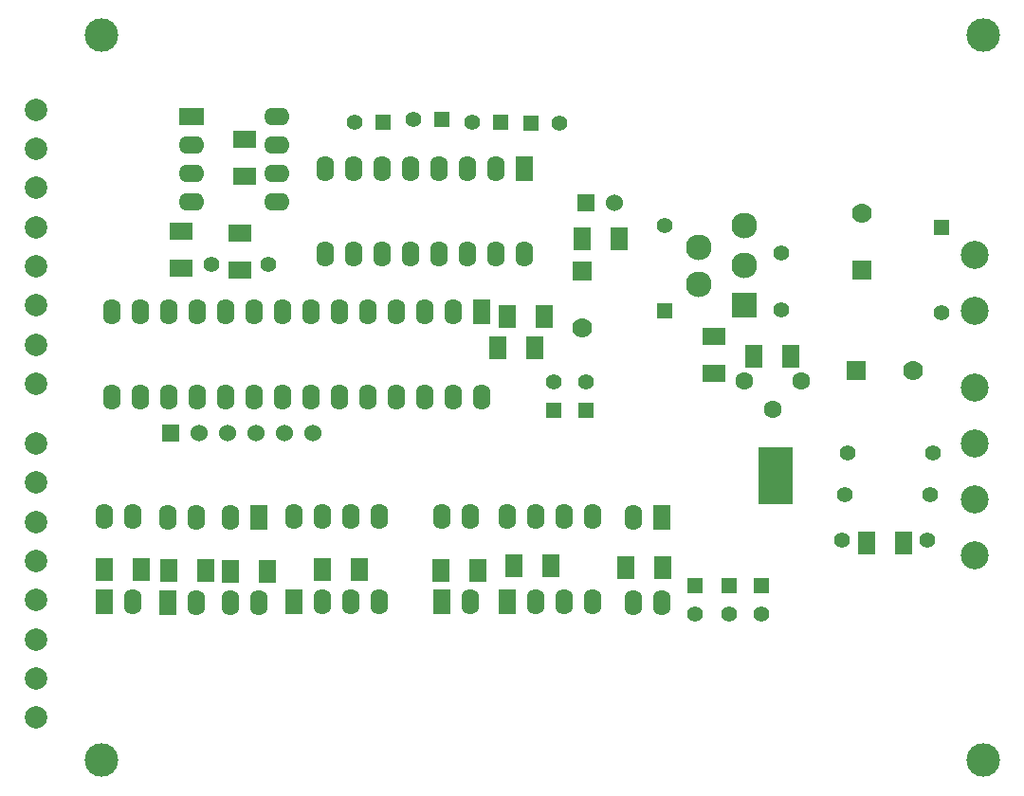
<source format=gbs>
G04 (created by PCBNEW (2013-may-18)-stable) date  7.03.2015 (сб) 20,10,59 EET*
%MOIN*%
G04 Gerber Fmt 3.4, Leading zero omitted, Abs format*
%FSLAX34Y34*%
G01*
G70*
G90*
G04 APERTURE LIST*
%ADD10C,0.00590551*%
%ADD11R,0.06X0.08*%
%ADD12R,0.08X0.06*%
%ADD13R,0.055X0.055*%
%ADD14C,0.055*%
%ADD15R,0.06X0.06*%
%ADD16C,0.06*%
%ADD17C,0.056*%
%ADD18R,0.062X0.09*%
%ADD19O,0.062X0.09*%
%ADD20R,0.07X0.07*%
%ADD21C,0.07*%
%ADD22C,0.0905512*%
%ADD23R,0.0905512X0.0905512*%
%ADD24C,0.0984252*%
%ADD25R,0.09X0.062*%
%ADD26O,0.09X0.062*%
%ADD27C,0.0629921*%
%ADD28R,0.122047X0.203937*%
%ADD29C,0.11811*%
%ADD30C,0.0787402*%
G04 APERTURE END LIST*
G54D10*
G54D11*
X90040Y-47360D03*
X91340Y-47360D03*
X108450Y-39800D03*
X109750Y-39800D03*
G54D12*
X107050Y-39100D03*
X107050Y-40400D03*
X90375Y-35450D03*
X90375Y-36750D03*
X88300Y-35375D03*
X88300Y-36675D03*
G54D11*
X101090Y-38390D03*
X99790Y-38390D03*
X99450Y-39500D03*
X100750Y-39500D03*
X89170Y-47320D03*
X87870Y-47320D03*
X102400Y-35650D03*
X103700Y-35650D03*
X98750Y-47310D03*
X97450Y-47310D03*
X86930Y-47300D03*
X85630Y-47300D03*
X101330Y-47160D03*
X100030Y-47160D03*
X94570Y-47280D03*
X93270Y-47280D03*
X103950Y-47240D03*
X105250Y-47240D03*
G54D13*
X101400Y-41690D03*
G54D14*
X101400Y-40690D03*
G54D13*
X106390Y-47850D03*
G54D14*
X106390Y-48850D03*
G54D13*
X107570Y-47850D03*
G54D14*
X107570Y-48850D03*
G54D13*
X102550Y-41700D03*
G54D14*
X102550Y-40700D03*
G54D13*
X108730Y-47850D03*
G54D14*
X108730Y-48850D03*
X111650Y-44650D03*
X114650Y-44650D03*
X114550Y-46250D03*
X111550Y-46250D03*
X111750Y-43200D03*
X114750Y-43200D03*
G54D15*
X87940Y-42490D03*
G54D16*
X88940Y-42490D03*
X89940Y-42490D03*
X90940Y-42490D03*
X91940Y-42490D03*
X92940Y-42490D03*
G54D17*
X91380Y-36560D03*
X89380Y-36560D03*
G54D18*
X92270Y-48430D03*
G54D19*
X93270Y-48430D03*
X94270Y-48430D03*
X95270Y-48430D03*
X95270Y-45430D03*
X94270Y-45430D03*
X93270Y-45430D03*
X92270Y-45430D03*
G54D18*
X99794Y-48432D03*
G54D19*
X100794Y-48432D03*
X101794Y-48432D03*
X102794Y-48432D03*
X102794Y-45432D03*
X101794Y-45432D03*
X100794Y-45432D03*
X99794Y-45432D03*
G54D18*
X100370Y-33190D03*
G54D19*
X99370Y-33190D03*
X98370Y-33190D03*
X97370Y-33190D03*
X96370Y-33190D03*
X95370Y-33190D03*
X94370Y-33190D03*
X93370Y-33190D03*
X93370Y-36190D03*
X94370Y-36190D03*
X95370Y-36190D03*
X96370Y-36190D03*
X97370Y-36190D03*
X98370Y-36190D03*
X99370Y-36190D03*
X100370Y-36190D03*
G54D13*
X115050Y-35250D03*
G54D14*
X115050Y-38250D03*
G54D13*
X105325Y-38200D03*
G54D14*
X105325Y-35200D03*
G54D20*
X112050Y-40300D03*
G54D21*
X114050Y-40300D03*
G54D20*
X112250Y-36750D03*
G54D21*
X112250Y-34750D03*
G54D20*
X102400Y-36800D03*
G54D21*
X102400Y-38800D03*
G54D14*
X109400Y-38150D03*
X109400Y-36150D03*
G54D15*
X102550Y-34400D03*
G54D16*
X103550Y-34400D03*
G54D13*
X97480Y-31460D03*
G54D14*
X96480Y-31460D03*
G54D13*
X100630Y-31590D03*
G54D14*
X101630Y-31590D03*
G54D13*
X99540Y-31550D03*
G54D14*
X98540Y-31550D03*
G54D13*
X95410Y-31570D03*
G54D14*
X94410Y-31570D03*
G54D22*
X108100Y-35200D03*
G54D23*
X108100Y-38000D03*
G54D22*
X108100Y-36600D03*
X106500Y-35950D03*
X106500Y-37250D03*
G54D24*
X116200Y-42865D03*
X116200Y-44834D03*
X116200Y-40897D03*
X116200Y-46802D03*
X116200Y-36215D03*
X116200Y-38184D03*
G54D25*
X88680Y-31370D03*
G54D26*
X88680Y-32370D03*
X88680Y-33370D03*
X88680Y-34370D03*
X91680Y-34370D03*
X91680Y-33370D03*
X91680Y-32370D03*
X91680Y-31370D03*
G54D18*
X97490Y-48430D03*
G54D19*
X98490Y-48430D03*
X98490Y-45430D03*
X97490Y-45430D03*
G54D18*
X87840Y-48450D03*
G54D19*
X88840Y-48450D03*
X88840Y-45450D03*
X87840Y-45450D03*
G54D18*
X85630Y-48430D03*
G54D19*
X86630Y-48430D03*
X86630Y-45430D03*
X85630Y-45430D03*
G54D18*
X105230Y-45450D03*
G54D19*
X104230Y-45450D03*
X104230Y-48450D03*
X105230Y-48450D03*
G54D18*
X91060Y-45460D03*
G54D19*
X90060Y-45460D03*
X90060Y-48460D03*
X91060Y-48460D03*
X97870Y-38230D03*
X96870Y-38230D03*
X95870Y-38230D03*
X94870Y-38230D03*
X93870Y-38230D03*
X92870Y-38230D03*
X91870Y-38230D03*
X90870Y-38230D03*
X89870Y-38230D03*
X88870Y-38230D03*
X87870Y-38230D03*
X86870Y-38230D03*
X85870Y-38230D03*
G54D18*
X98870Y-38230D03*
G54D19*
X85870Y-41230D03*
X86870Y-41230D03*
X87870Y-41230D03*
X88870Y-41230D03*
X89870Y-41230D03*
X90870Y-41230D03*
X91870Y-41230D03*
X92870Y-41230D03*
X93870Y-41230D03*
X94870Y-41230D03*
X95870Y-41230D03*
X96870Y-41230D03*
X97870Y-41230D03*
X98870Y-41230D03*
G54D27*
X109100Y-41650D03*
X108100Y-40650D03*
X110100Y-40650D03*
G54D28*
X109200Y-44000D03*
G54D11*
X113700Y-46350D03*
X112400Y-46350D03*
G54D12*
X90560Y-32170D03*
X90560Y-33470D03*
G54D29*
X116500Y-28500D03*
X85500Y-54000D03*
X85500Y-28500D03*
X116500Y-54000D03*
G54D30*
X83200Y-42855D03*
X83200Y-44233D03*
X83200Y-45611D03*
X83200Y-46988D03*
X83200Y-48366D03*
X83200Y-49744D03*
X83200Y-51122D03*
X83200Y-52500D03*
X83200Y-31115D03*
X83200Y-32493D03*
X83200Y-33871D03*
X83200Y-35248D03*
X83200Y-36626D03*
X83200Y-38004D03*
X83200Y-39382D03*
X83200Y-40760D03*
M02*

</source>
